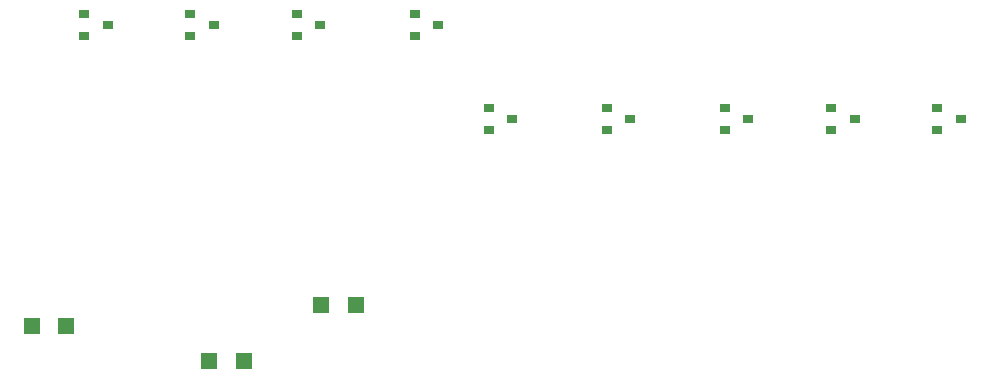
<source format=gbr>
%TF.GenerationSoftware,Altium Limited,Altium Designer,18.1.7 (191)*%
G04 Layer_Color=128*
%FSLAX26Y26*%
%MOIN*%
%TF.FileFunction,Paste,Bot*%
%TF.Part,Single*%
G01*
G75*
%TA.AperFunction,SMDPad,CuDef*%
%ADD28R,0.035433X0.031496*%
%ADD29R,0.053150X0.057087*%
D28*
X1731360Y3574803D02*
D03*
Y3649606D02*
D03*
X1810100Y3612205D02*
D03*
X4221494Y3261478D02*
D03*
Y3336281D02*
D03*
X4300234Y3298880D02*
D03*
X3867163Y3261478D02*
D03*
Y3336281D02*
D03*
X3945903Y3298880D02*
D03*
X3512832Y3261478D02*
D03*
Y3336281D02*
D03*
X3591573Y3298880D02*
D03*
X3119132Y3261478D02*
D03*
Y3336281D02*
D03*
X3197872Y3298880D02*
D03*
X2725431Y3261478D02*
D03*
Y3336281D02*
D03*
X2804171Y3298880D02*
D03*
X2479391Y3574803D02*
D03*
Y3649606D02*
D03*
X2558131Y3612205D02*
D03*
X2085690Y3574803D02*
D03*
Y3649606D02*
D03*
X2164430Y3612205D02*
D03*
X1377029Y3574803D02*
D03*
Y3649606D02*
D03*
X1455769Y3612205D02*
D03*
D29*
X2167323Y2677165D02*
D03*
X2283465D02*
D03*
X1792323Y2490157D02*
D03*
X1908465D02*
D03*
X1201772Y2608268D02*
D03*
X1317913D02*
D03*
%TF.MD5,d485c9034dbd2770396363543b8b4a41*%
M02*

</source>
